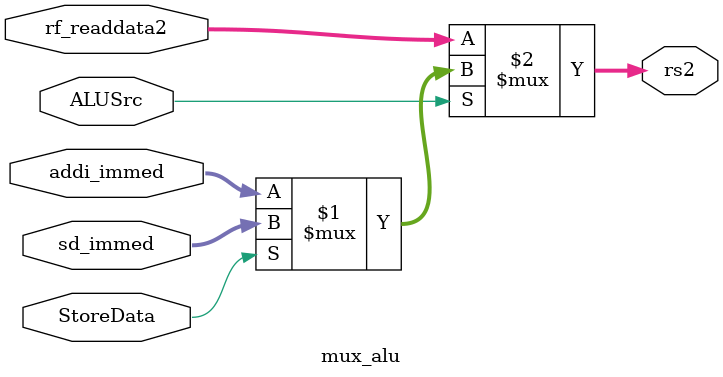
<source format=v>
`timescale 1ns / 1ps



module mux_alu(
    
    ALUSrc, StoreData,
    rf_readdata2, 
    sd_immed, addi_immed, 
    rs2
    );
    
    input [63:0] rf_readdata2;
    input [63:0] sd_immed; 
    input [63:0] addi_immed;
    input ALUSrc;
    input StoreData;
    output [63:0] rs2;
    
    assign rs2 = ALUSrc ? ((StoreData) ? sd_immed : addi_immed) : rf_readdata2;

endmodule
</source>
